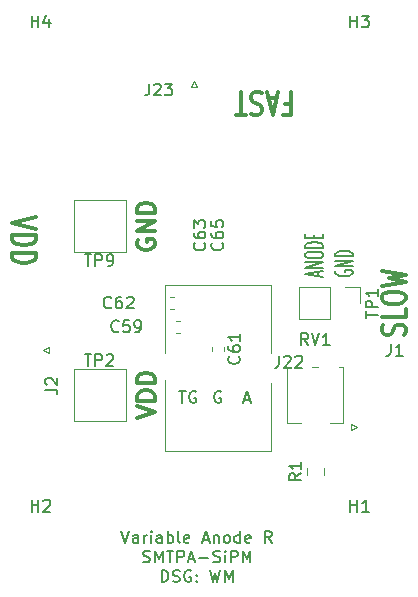
<source format=gbr>
G04 #@! TF.GenerationSoftware,KiCad,Pcbnew,5.1.6-c6e7f7d~87~ubuntu18.04.1*
G04 #@! TF.CreationDate,2021-01-11T12:45:55+00:00*
G04 #@! TF.ProjectId,vary_resistance,76617279-5f72-4657-9369-7374616e6365,rev?*
G04 #@! TF.SameCoordinates,Original*
G04 #@! TF.FileFunction,Legend,Top*
G04 #@! TF.FilePolarity,Positive*
%FSLAX46Y46*%
G04 Gerber Fmt 4.6, Leading zero omitted, Abs format (unit mm)*
G04 Created by KiCad (PCBNEW 5.1.6-c6e7f7d~87~ubuntu18.04.1) date 2021-01-11 12:45:55*
%MOMM*%
%LPD*%
G01*
G04 APERTURE LIST*
%ADD10C,0.200000*%
%ADD11C,0.300000*%
%ADD12C,0.375000*%
%ADD13C,0.150000*%
%ADD14C,0.120000*%
G04 APERTURE END LIST*
D10*
X192000000Y-71760476D02*
X191928571Y-71836666D01*
X191928571Y-71950952D01*
X192000000Y-72065238D01*
X192142857Y-72141428D01*
X192285714Y-72179523D01*
X192571428Y-72217619D01*
X192785714Y-72217619D01*
X193071428Y-72179523D01*
X193214285Y-72141428D01*
X193357142Y-72065238D01*
X193428571Y-71950952D01*
X193428571Y-71874761D01*
X193357142Y-71760476D01*
X193285714Y-71722380D01*
X192785714Y-71722380D01*
X192785714Y-71874761D01*
X193428571Y-71379523D02*
X191928571Y-71379523D01*
X193428571Y-70922380D01*
X191928571Y-70922380D01*
X193428571Y-70541428D02*
X191928571Y-70541428D01*
X191928571Y-70350952D01*
X192000000Y-70236666D01*
X192142857Y-70160476D01*
X192285714Y-70122380D01*
X192571428Y-70084285D01*
X192785714Y-70084285D01*
X193071428Y-70122380D01*
X193214285Y-70160476D01*
X193357142Y-70236666D01*
X193428571Y-70350952D01*
X193428571Y-70541428D01*
X190500000Y-72217619D02*
X190500000Y-71836666D01*
X190928571Y-72293809D02*
X189428571Y-72027142D01*
X190928571Y-71760476D01*
X190928571Y-71493809D02*
X189428571Y-71493809D01*
X190928571Y-71036666D01*
X189428571Y-71036666D01*
X189428571Y-70503333D02*
X189428571Y-70350952D01*
X189500000Y-70274761D01*
X189642857Y-70198571D01*
X189928571Y-70160476D01*
X190428571Y-70160476D01*
X190714285Y-70198571D01*
X190857142Y-70274761D01*
X190928571Y-70350952D01*
X190928571Y-70503333D01*
X190857142Y-70579523D01*
X190714285Y-70655714D01*
X190428571Y-70693809D01*
X189928571Y-70693809D01*
X189642857Y-70655714D01*
X189500000Y-70579523D01*
X189428571Y-70503333D01*
X190928571Y-69817619D02*
X189428571Y-69817619D01*
X189428571Y-69627142D01*
X189500000Y-69512857D01*
X189642857Y-69436666D01*
X189785714Y-69398571D01*
X190071428Y-69360476D01*
X190285714Y-69360476D01*
X190571428Y-69398571D01*
X190714285Y-69436666D01*
X190857142Y-69512857D01*
X190928571Y-69627142D01*
X190928571Y-69817619D01*
X190142857Y-69017619D02*
X190142857Y-68750952D01*
X190928571Y-68636666D02*
X190928571Y-69017619D01*
X189428571Y-69017619D01*
X189428571Y-68636666D01*
D11*
X175178571Y-84250000D02*
X176678571Y-83750000D01*
X175178571Y-83250000D01*
X176678571Y-82750000D02*
X175178571Y-82750000D01*
X175178571Y-82392857D01*
X175250000Y-82178571D01*
X175392857Y-82035714D01*
X175535714Y-81964285D01*
X175821428Y-81892857D01*
X176035714Y-81892857D01*
X176321428Y-81964285D01*
X176464285Y-82035714D01*
X176607142Y-82178571D01*
X176678571Y-82392857D01*
X176678571Y-82750000D01*
X176678571Y-81250000D02*
X175178571Y-81250000D01*
X175178571Y-80892857D01*
X175250000Y-80678571D01*
X175392857Y-80535714D01*
X175535714Y-80464285D01*
X175821428Y-80392857D01*
X176035714Y-80392857D01*
X176321428Y-80464285D01*
X176464285Y-80535714D01*
X176607142Y-80678571D01*
X176678571Y-80892857D01*
X176678571Y-81250000D01*
X175250000Y-69142857D02*
X175178571Y-69285714D01*
X175178571Y-69500000D01*
X175250000Y-69714285D01*
X175392857Y-69857142D01*
X175535714Y-69928571D01*
X175821428Y-70000000D01*
X176035714Y-70000000D01*
X176321428Y-69928571D01*
X176464285Y-69857142D01*
X176607142Y-69714285D01*
X176678571Y-69500000D01*
X176678571Y-69357142D01*
X176607142Y-69142857D01*
X176535714Y-69071428D01*
X176035714Y-69071428D01*
X176035714Y-69357142D01*
X176678571Y-68428571D02*
X175178571Y-68428571D01*
X176678571Y-67571428D01*
X175178571Y-67571428D01*
X176678571Y-66857142D02*
X175178571Y-66857142D01*
X175178571Y-66500000D01*
X175250000Y-66285714D01*
X175392857Y-66142857D01*
X175535714Y-66071428D01*
X175821428Y-66000000D01*
X176035714Y-66000000D01*
X176321428Y-66071428D01*
X176464285Y-66142857D01*
X176607142Y-66285714D01*
X176678571Y-66500000D01*
X176678571Y-66857142D01*
D12*
X166595238Y-67250000D02*
X164595238Y-67750000D01*
X166595238Y-68250000D01*
X164595238Y-68750000D02*
X166595238Y-68750000D01*
X166595238Y-69107142D01*
X166500000Y-69321428D01*
X166309523Y-69464285D01*
X166119047Y-69535714D01*
X165738095Y-69607142D01*
X165452380Y-69607142D01*
X165071428Y-69535714D01*
X164880952Y-69464285D01*
X164690476Y-69321428D01*
X164595238Y-69107142D01*
X164595238Y-68750000D01*
X164595238Y-70250000D02*
X166595238Y-70250000D01*
X166595238Y-70607142D01*
X166500000Y-70821428D01*
X166309523Y-70964285D01*
X166119047Y-71035714D01*
X165738095Y-71107142D01*
X165452380Y-71107142D01*
X165071428Y-71035714D01*
X164880952Y-70964285D01*
X164690476Y-70821428D01*
X164595238Y-70607142D01*
X164595238Y-70250000D01*
X187714285Y-57642857D02*
X188214285Y-57642857D01*
X188214285Y-56595238D02*
X188214285Y-58595238D01*
X187500000Y-58595238D01*
X187000000Y-57166666D02*
X186285714Y-57166666D01*
X187142857Y-56595238D02*
X186642857Y-58595238D01*
X186142857Y-56595238D01*
X185714285Y-56690476D02*
X185500000Y-56595238D01*
X185142857Y-56595238D01*
X185000000Y-56690476D01*
X184928571Y-56785714D01*
X184857142Y-56976190D01*
X184857142Y-57166666D01*
X184928571Y-57357142D01*
X185000000Y-57452380D01*
X185142857Y-57547619D01*
X185428571Y-57642857D01*
X185571428Y-57738095D01*
X185642857Y-57833333D01*
X185714285Y-58023809D01*
X185714285Y-58214285D01*
X185642857Y-58404761D01*
X185571428Y-58500000D01*
X185428571Y-58595238D01*
X185071428Y-58595238D01*
X184857142Y-58500000D01*
X184428571Y-58595238D02*
X183571428Y-58595238D01*
X184000000Y-56595238D02*
X184000000Y-58595238D01*
X197809523Y-77178571D02*
X197904761Y-76964285D01*
X197904761Y-76607142D01*
X197809523Y-76464285D01*
X197714285Y-76392857D01*
X197523809Y-76321428D01*
X197333333Y-76321428D01*
X197142857Y-76392857D01*
X197047619Y-76464285D01*
X196952380Y-76607142D01*
X196857142Y-76892857D01*
X196761904Y-77035714D01*
X196666666Y-77107142D01*
X196476190Y-77178571D01*
X196285714Y-77178571D01*
X196095238Y-77107142D01*
X196000000Y-77035714D01*
X195904761Y-76892857D01*
X195904761Y-76535714D01*
X196000000Y-76321428D01*
X197904761Y-74964285D02*
X197904761Y-75678571D01*
X195904761Y-75678571D01*
X195904761Y-74178571D02*
X195904761Y-73892857D01*
X196000000Y-73750000D01*
X196190476Y-73607142D01*
X196571428Y-73535714D01*
X197238095Y-73535714D01*
X197619047Y-73607142D01*
X197809523Y-73750000D01*
X197904761Y-73892857D01*
X197904761Y-74178571D01*
X197809523Y-74321428D01*
X197619047Y-74464285D01*
X197238095Y-74535714D01*
X196571428Y-74535714D01*
X196190476Y-74464285D01*
X196000000Y-74321428D01*
X195904761Y-74178571D01*
X195904761Y-73035714D02*
X197904761Y-72678571D01*
X196476190Y-72392857D01*
X197904761Y-72107142D01*
X195904761Y-71750000D01*
D13*
X173845238Y-93802380D02*
X174178571Y-94802380D01*
X174511904Y-93802380D01*
X175273809Y-94802380D02*
X175273809Y-94278571D01*
X175226190Y-94183333D01*
X175130952Y-94135714D01*
X174940476Y-94135714D01*
X174845238Y-94183333D01*
X175273809Y-94754761D02*
X175178571Y-94802380D01*
X174940476Y-94802380D01*
X174845238Y-94754761D01*
X174797619Y-94659523D01*
X174797619Y-94564285D01*
X174845238Y-94469047D01*
X174940476Y-94421428D01*
X175178571Y-94421428D01*
X175273809Y-94373809D01*
X175750000Y-94802380D02*
X175750000Y-94135714D01*
X175750000Y-94326190D02*
X175797619Y-94230952D01*
X175845238Y-94183333D01*
X175940476Y-94135714D01*
X176035714Y-94135714D01*
X176369047Y-94802380D02*
X176369047Y-94135714D01*
X176369047Y-93802380D02*
X176321428Y-93850000D01*
X176369047Y-93897619D01*
X176416666Y-93850000D01*
X176369047Y-93802380D01*
X176369047Y-93897619D01*
X177273809Y-94802380D02*
X177273809Y-94278571D01*
X177226190Y-94183333D01*
X177130952Y-94135714D01*
X176940476Y-94135714D01*
X176845238Y-94183333D01*
X177273809Y-94754761D02*
X177178571Y-94802380D01*
X176940476Y-94802380D01*
X176845238Y-94754761D01*
X176797619Y-94659523D01*
X176797619Y-94564285D01*
X176845238Y-94469047D01*
X176940476Y-94421428D01*
X177178571Y-94421428D01*
X177273809Y-94373809D01*
X177750000Y-94802380D02*
X177750000Y-93802380D01*
X177750000Y-94183333D02*
X177845238Y-94135714D01*
X178035714Y-94135714D01*
X178130952Y-94183333D01*
X178178571Y-94230952D01*
X178226190Y-94326190D01*
X178226190Y-94611904D01*
X178178571Y-94707142D01*
X178130952Y-94754761D01*
X178035714Y-94802380D01*
X177845238Y-94802380D01*
X177750000Y-94754761D01*
X178797619Y-94802380D02*
X178702380Y-94754761D01*
X178654761Y-94659523D01*
X178654761Y-93802380D01*
X179559523Y-94754761D02*
X179464285Y-94802380D01*
X179273809Y-94802380D01*
X179178571Y-94754761D01*
X179130952Y-94659523D01*
X179130952Y-94278571D01*
X179178571Y-94183333D01*
X179273809Y-94135714D01*
X179464285Y-94135714D01*
X179559523Y-94183333D01*
X179607142Y-94278571D01*
X179607142Y-94373809D01*
X179130952Y-94469047D01*
X180750000Y-94516666D02*
X181226190Y-94516666D01*
X180654761Y-94802380D02*
X180988095Y-93802380D01*
X181321428Y-94802380D01*
X181654761Y-94135714D02*
X181654761Y-94802380D01*
X181654761Y-94230952D02*
X181702380Y-94183333D01*
X181797619Y-94135714D01*
X181940476Y-94135714D01*
X182035714Y-94183333D01*
X182083333Y-94278571D01*
X182083333Y-94802380D01*
X182702380Y-94802380D02*
X182607142Y-94754761D01*
X182559523Y-94707142D01*
X182511904Y-94611904D01*
X182511904Y-94326190D01*
X182559523Y-94230952D01*
X182607142Y-94183333D01*
X182702380Y-94135714D01*
X182845238Y-94135714D01*
X182940476Y-94183333D01*
X182988095Y-94230952D01*
X183035714Y-94326190D01*
X183035714Y-94611904D01*
X182988095Y-94707142D01*
X182940476Y-94754761D01*
X182845238Y-94802380D01*
X182702380Y-94802380D01*
X183892857Y-94802380D02*
X183892857Y-93802380D01*
X183892857Y-94754761D02*
X183797619Y-94802380D01*
X183607142Y-94802380D01*
X183511904Y-94754761D01*
X183464285Y-94707142D01*
X183416666Y-94611904D01*
X183416666Y-94326190D01*
X183464285Y-94230952D01*
X183511904Y-94183333D01*
X183607142Y-94135714D01*
X183797619Y-94135714D01*
X183892857Y-94183333D01*
X184750000Y-94754761D02*
X184654761Y-94802380D01*
X184464285Y-94802380D01*
X184369047Y-94754761D01*
X184321428Y-94659523D01*
X184321428Y-94278571D01*
X184369047Y-94183333D01*
X184464285Y-94135714D01*
X184654761Y-94135714D01*
X184750000Y-94183333D01*
X184797619Y-94278571D01*
X184797619Y-94373809D01*
X184321428Y-94469047D01*
X186559523Y-94802380D02*
X186226190Y-94326190D01*
X185988095Y-94802380D02*
X185988095Y-93802380D01*
X186369047Y-93802380D01*
X186464285Y-93850000D01*
X186511904Y-93897619D01*
X186559523Y-93992857D01*
X186559523Y-94135714D01*
X186511904Y-94230952D01*
X186464285Y-94278571D01*
X186369047Y-94326190D01*
X185988095Y-94326190D01*
X175678571Y-96404761D02*
X175821428Y-96452380D01*
X176059523Y-96452380D01*
X176154761Y-96404761D01*
X176202380Y-96357142D01*
X176250000Y-96261904D01*
X176250000Y-96166666D01*
X176202380Y-96071428D01*
X176154761Y-96023809D01*
X176059523Y-95976190D01*
X175869047Y-95928571D01*
X175773809Y-95880952D01*
X175726190Y-95833333D01*
X175678571Y-95738095D01*
X175678571Y-95642857D01*
X175726190Y-95547619D01*
X175773809Y-95500000D01*
X175869047Y-95452380D01*
X176107142Y-95452380D01*
X176250000Y-95500000D01*
X176678571Y-96452380D02*
X176678571Y-95452380D01*
X177011904Y-96166666D01*
X177345238Y-95452380D01*
X177345238Y-96452380D01*
X177678571Y-95452380D02*
X178250000Y-95452380D01*
X177964285Y-96452380D02*
X177964285Y-95452380D01*
X178583333Y-96452380D02*
X178583333Y-95452380D01*
X178964285Y-95452380D01*
X179059523Y-95500000D01*
X179107142Y-95547619D01*
X179154761Y-95642857D01*
X179154761Y-95785714D01*
X179107142Y-95880952D01*
X179059523Y-95928571D01*
X178964285Y-95976190D01*
X178583333Y-95976190D01*
X179535714Y-96166666D02*
X180011904Y-96166666D01*
X179440476Y-96452380D02*
X179773809Y-95452380D01*
X180107142Y-96452380D01*
X180440476Y-96071428D02*
X181202380Y-96071428D01*
X181630952Y-96404761D02*
X181773809Y-96452380D01*
X182011904Y-96452380D01*
X182107142Y-96404761D01*
X182154761Y-96357142D01*
X182202380Y-96261904D01*
X182202380Y-96166666D01*
X182154761Y-96071428D01*
X182107142Y-96023809D01*
X182011904Y-95976190D01*
X181821428Y-95928571D01*
X181726190Y-95880952D01*
X181678571Y-95833333D01*
X181630952Y-95738095D01*
X181630952Y-95642857D01*
X181678571Y-95547619D01*
X181726190Y-95500000D01*
X181821428Y-95452380D01*
X182059523Y-95452380D01*
X182202380Y-95500000D01*
X182630952Y-96452380D02*
X182630952Y-95785714D01*
X182630952Y-95452380D02*
X182583333Y-95500000D01*
X182630952Y-95547619D01*
X182678571Y-95500000D01*
X182630952Y-95452380D01*
X182630952Y-95547619D01*
X183107142Y-96452380D02*
X183107142Y-95452380D01*
X183488095Y-95452380D01*
X183583333Y-95500000D01*
X183630952Y-95547619D01*
X183678571Y-95642857D01*
X183678571Y-95785714D01*
X183630952Y-95880952D01*
X183583333Y-95928571D01*
X183488095Y-95976190D01*
X183107142Y-95976190D01*
X184107142Y-96452380D02*
X184107142Y-95452380D01*
X184440476Y-96166666D01*
X184773809Y-95452380D01*
X184773809Y-96452380D01*
X177250000Y-98102380D02*
X177250000Y-97102380D01*
X177488095Y-97102380D01*
X177630952Y-97150000D01*
X177726190Y-97245238D01*
X177773809Y-97340476D01*
X177821428Y-97530952D01*
X177821428Y-97673809D01*
X177773809Y-97864285D01*
X177726190Y-97959523D01*
X177630952Y-98054761D01*
X177488095Y-98102380D01*
X177250000Y-98102380D01*
X178202380Y-98054761D02*
X178345238Y-98102380D01*
X178583333Y-98102380D01*
X178678571Y-98054761D01*
X178726190Y-98007142D01*
X178773809Y-97911904D01*
X178773809Y-97816666D01*
X178726190Y-97721428D01*
X178678571Y-97673809D01*
X178583333Y-97626190D01*
X178392857Y-97578571D01*
X178297619Y-97530952D01*
X178250000Y-97483333D01*
X178202380Y-97388095D01*
X178202380Y-97292857D01*
X178250000Y-97197619D01*
X178297619Y-97150000D01*
X178392857Y-97102380D01*
X178630952Y-97102380D01*
X178773809Y-97150000D01*
X179726190Y-97150000D02*
X179630952Y-97102380D01*
X179488095Y-97102380D01*
X179345238Y-97150000D01*
X179250000Y-97245238D01*
X179202380Y-97340476D01*
X179154761Y-97530952D01*
X179154761Y-97673809D01*
X179202380Y-97864285D01*
X179250000Y-97959523D01*
X179345238Y-98054761D01*
X179488095Y-98102380D01*
X179583333Y-98102380D01*
X179726190Y-98054761D01*
X179773809Y-98007142D01*
X179773809Y-97673809D01*
X179583333Y-97673809D01*
X180202380Y-98007142D02*
X180250000Y-98054761D01*
X180202380Y-98102380D01*
X180154761Y-98054761D01*
X180202380Y-98007142D01*
X180202380Y-98102380D01*
X180202380Y-97483333D02*
X180250000Y-97530952D01*
X180202380Y-97578571D01*
X180154761Y-97530952D01*
X180202380Y-97483333D01*
X180202380Y-97578571D01*
X181345238Y-97102380D02*
X181583333Y-98102380D01*
X181773809Y-97388095D01*
X181964285Y-98102380D01*
X182202380Y-97102380D01*
X182583333Y-98102380D02*
X182583333Y-97102380D01*
X182916666Y-97816666D01*
X183250000Y-97102380D01*
X183250000Y-98102380D01*
D14*
X169800000Y-84450000D02*
X169800000Y-80050000D01*
X174200000Y-84450000D02*
X169800000Y-84450000D01*
X174200000Y-80050000D02*
X174200000Y-84450000D01*
X169800000Y-80050000D02*
X174200000Y-80050000D01*
X190960000Y-89011252D02*
X190960000Y-88488748D01*
X189540000Y-89011252D02*
X189540000Y-88488748D01*
X188880000Y-73170000D02*
X188880000Y-75830000D01*
X191480000Y-73170000D02*
X188880000Y-73170000D01*
X191480000Y-75830000D02*
X188880000Y-75830000D01*
X191480000Y-73170000D02*
X191480000Y-75830000D01*
X192750000Y-73170000D02*
X194080000Y-73170000D01*
X194080000Y-73170000D02*
X194080000Y-74500000D01*
X174200000Y-70200000D02*
X169800000Y-70200000D01*
X169800000Y-70200000D02*
X169800000Y-65800000D01*
X169800000Y-65800000D02*
X174200000Y-65800000D01*
X174200000Y-65800000D02*
X174200000Y-70200000D01*
X177500000Y-81000000D02*
X177500000Y-87000000D01*
X177500000Y-73000000D02*
X177500000Y-78750000D01*
X186500000Y-73000000D02*
X177500000Y-73000000D01*
X186500000Y-78750000D02*
X186500000Y-73000000D01*
X186500000Y-87000000D02*
X186500000Y-81250000D01*
X177500000Y-87000000D02*
X186500000Y-87000000D01*
X178296267Y-75010000D02*
X177953733Y-75010000D01*
X178296267Y-73990000D02*
X177953733Y-73990000D01*
X182510000Y-78203733D02*
X182510000Y-78546267D01*
X181490000Y-78203733D02*
X181490000Y-78546267D01*
X178796267Y-77010000D02*
X178453733Y-77010000D01*
X178796267Y-75990000D02*
X178453733Y-75990000D01*
X192290000Y-79880000D02*
X192620000Y-79880000D01*
X187880000Y-79880000D02*
X188211000Y-79880000D01*
X189991000Y-79880000D02*
X190510000Y-79880000D01*
X187880000Y-84620000D02*
X189010000Y-84620000D01*
X191490000Y-84620000D02*
X192620000Y-84620000D01*
X187880000Y-79880000D02*
X187880000Y-84620000D01*
X192620000Y-79880000D02*
X192620000Y-84620000D01*
X167710000Y-78250000D02*
X167210000Y-78500000D01*
X167710000Y-78750000D02*
X167710000Y-78250000D01*
X167210000Y-78500000D02*
X167710000Y-78750000D01*
X193290000Y-85250000D02*
X193790000Y-85000000D01*
X193290000Y-84750000D02*
X193290000Y-85250000D01*
X193790000Y-85000000D02*
X193290000Y-84750000D01*
X180000000Y-55710000D02*
X179750000Y-56210000D01*
X179750000Y-56210000D02*
X180250000Y-56210000D01*
X180250000Y-56210000D02*
X180000000Y-55710000D01*
D13*
X166238095Y-92152380D02*
X166238095Y-91152380D01*
X166238095Y-91628571D02*
X166809523Y-91628571D01*
X166809523Y-92152380D02*
X166809523Y-91152380D01*
X167238095Y-91247619D02*
X167285714Y-91200000D01*
X167380952Y-91152380D01*
X167619047Y-91152380D01*
X167714285Y-91200000D01*
X167761904Y-91247619D01*
X167809523Y-91342857D01*
X167809523Y-91438095D01*
X167761904Y-91580952D01*
X167190476Y-92152380D01*
X167809523Y-92152380D01*
X193238095Y-92152380D02*
X193238095Y-91152380D01*
X193238095Y-91628571D02*
X193809523Y-91628571D01*
X193809523Y-92152380D02*
X193809523Y-91152380D01*
X194809523Y-92152380D02*
X194238095Y-92152380D01*
X194523809Y-92152380D02*
X194523809Y-91152380D01*
X194428571Y-91295238D01*
X194333333Y-91390476D01*
X194238095Y-91438095D01*
X170738095Y-78804380D02*
X171309523Y-78804380D01*
X171023809Y-79804380D02*
X171023809Y-78804380D01*
X171642857Y-79804380D02*
X171642857Y-78804380D01*
X172023809Y-78804380D01*
X172119047Y-78852000D01*
X172166666Y-78899619D01*
X172214285Y-78994857D01*
X172214285Y-79137714D01*
X172166666Y-79232952D01*
X172119047Y-79280571D01*
X172023809Y-79328190D01*
X171642857Y-79328190D01*
X172595238Y-78899619D02*
X172642857Y-78852000D01*
X172738095Y-78804380D01*
X172976190Y-78804380D01*
X173071428Y-78852000D01*
X173119047Y-78899619D01*
X173166666Y-78994857D01*
X173166666Y-79090095D01*
X173119047Y-79232952D01*
X172547619Y-79804380D01*
X173166666Y-79804380D01*
X189052380Y-88916666D02*
X188576190Y-89250000D01*
X189052380Y-89488095D02*
X188052380Y-89488095D01*
X188052380Y-89107142D01*
X188100000Y-89011904D01*
X188147619Y-88964285D01*
X188242857Y-88916666D01*
X188385714Y-88916666D01*
X188480952Y-88964285D01*
X188528571Y-89011904D01*
X188576190Y-89107142D01*
X188576190Y-89488095D01*
X189052380Y-87964285D02*
X189052380Y-88535714D01*
X189052380Y-88250000D02*
X188052380Y-88250000D01*
X188195238Y-88345238D01*
X188290476Y-88440476D01*
X188338095Y-88535714D01*
X194532380Y-75761904D02*
X194532380Y-75190476D01*
X195532380Y-75476190D02*
X194532380Y-75476190D01*
X195532380Y-74857142D02*
X194532380Y-74857142D01*
X194532380Y-74476190D01*
X194580000Y-74380952D01*
X194627619Y-74333333D01*
X194722857Y-74285714D01*
X194865714Y-74285714D01*
X194960952Y-74333333D01*
X195008571Y-74380952D01*
X195056190Y-74476190D01*
X195056190Y-74857142D01*
X195532380Y-73333333D02*
X195532380Y-73904761D01*
X195532380Y-73619047D02*
X194532380Y-73619047D01*
X194675238Y-73714285D01*
X194770476Y-73809523D01*
X194818095Y-73904761D01*
X170738095Y-70350380D02*
X171309523Y-70350380D01*
X171023809Y-71350380D02*
X171023809Y-70350380D01*
X171642857Y-71350380D02*
X171642857Y-70350380D01*
X172023809Y-70350380D01*
X172119047Y-70398000D01*
X172166666Y-70445619D01*
X172214285Y-70540857D01*
X172214285Y-70683714D01*
X172166666Y-70778952D01*
X172119047Y-70826571D01*
X172023809Y-70874190D01*
X171642857Y-70874190D01*
X172690476Y-71350380D02*
X172880952Y-71350380D01*
X172976190Y-71302761D01*
X173023809Y-71255142D01*
X173119047Y-71112285D01*
X173166666Y-70921809D01*
X173166666Y-70540857D01*
X173119047Y-70445619D01*
X173071428Y-70398000D01*
X172976190Y-70350380D01*
X172785714Y-70350380D01*
X172690476Y-70398000D01*
X172642857Y-70445619D01*
X172595238Y-70540857D01*
X172595238Y-70778952D01*
X172642857Y-70874190D01*
X172690476Y-70921809D01*
X172785714Y-70969428D01*
X172976190Y-70969428D01*
X173071428Y-70921809D01*
X173119047Y-70874190D01*
X173166666Y-70778952D01*
X187190476Y-78952380D02*
X187190476Y-79666666D01*
X187142857Y-79809523D01*
X187047619Y-79904761D01*
X186904761Y-79952380D01*
X186809523Y-79952380D01*
X187619047Y-79047619D02*
X187666666Y-79000000D01*
X187761904Y-78952380D01*
X188000000Y-78952380D01*
X188095238Y-79000000D01*
X188142857Y-79047619D01*
X188190476Y-79142857D01*
X188190476Y-79238095D01*
X188142857Y-79380952D01*
X187571428Y-79952380D01*
X188190476Y-79952380D01*
X188571428Y-79047619D02*
X188619047Y-79000000D01*
X188714285Y-78952380D01*
X188952380Y-78952380D01*
X189047619Y-79000000D01*
X189095238Y-79047619D01*
X189142857Y-79142857D01*
X189142857Y-79238095D01*
X189095238Y-79380952D01*
X188523809Y-79952380D01*
X189142857Y-79952380D01*
X178714285Y-81952380D02*
X179285714Y-81952380D01*
X179000000Y-82952380D02*
X179000000Y-81952380D01*
X180142857Y-82000000D02*
X180047619Y-81952380D01*
X179904761Y-81952380D01*
X179761904Y-82000000D01*
X179666666Y-82095238D01*
X179619047Y-82190476D01*
X179571428Y-82380952D01*
X179571428Y-82523809D01*
X179619047Y-82714285D01*
X179666666Y-82809523D01*
X179761904Y-82904761D01*
X179904761Y-82952380D01*
X180000000Y-82952380D01*
X180142857Y-82904761D01*
X180190476Y-82857142D01*
X180190476Y-82523809D01*
X180000000Y-82523809D01*
X182261904Y-82000000D02*
X182166666Y-81952380D01*
X182023809Y-81952380D01*
X181880952Y-82000000D01*
X181785714Y-82095238D01*
X181738095Y-82190476D01*
X181690476Y-82380952D01*
X181690476Y-82523809D01*
X181738095Y-82714285D01*
X181785714Y-82809523D01*
X181880952Y-82904761D01*
X182023809Y-82952380D01*
X182119047Y-82952380D01*
X182261904Y-82904761D01*
X182309523Y-82857142D01*
X182309523Y-82523809D01*
X182119047Y-82523809D01*
X184261904Y-82666666D02*
X184738095Y-82666666D01*
X184166666Y-82952380D02*
X184500000Y-81952380D01*
X184833333Y-82952380D01*
X182357142Y-69392857D02*
X182404761Y-69440476D01*
X182452380Y-69583333D01*
X182452380Y-69678571D01*
X182404761Y-69821428D01*
X182309523Y-69916666D01*
X182214285Y-69964285D01*
X182023809Y-70011904D01*
X181880952Y-70011904D01*
X181690476Y-69964285D01*
X181595238Y-69916666D01*
X181500000Y-69821428D01*
X181452380Y-69678571D01*
X181452380Y-69583333D01*
X181500000Y-69440476D01*
X181547619Y-69392857D01*
X181452380Y-68535714D02*
X181452380Y-68726190D01*
X181500000Y-68821428D01*
X181547619Y-68869047D01*
X181690476Y-68964285D01*
X181880952Y-69011904D01*
X182261904Y-69011904D01*
X182357142Y-68964285D01*
X182404761Y-68916666D01*
X182452380Y-68821428D01*
X182452380Y-68630952D01*
X182404761Y-68535714D01*
X182357142Y-68488095D01*
X182261904Y-68440476D01*
X182023809Y-68440476D01*
X181928571Y-68488095D01*
X181880952Y-68535714D01*
X181833333Y-68630952D01*
X181833333Y-68821428D01*
X181880952Y-68916666D01*
X181928571Y-68964285D01*
X182023809Y-69011904D01*
X181452380Y-67535714D02*
X181452380Y-68011904D01*
X181928571Y-68059523D01*
X181880952Y-68011904D01*
X181833333Y-67916666D01*
X181833333Y-67678571D01*
X181880952Y-67583333D01*
X181928571Y-67535714D01*
X182023809Y-67488095D01*
X182261904Y-67488095D01*
X182357142Y-67535714D01*
X182404761Y-67583333D01*
X182452380Y-67678571D01*
X182452380Y-67916666D01*
X182404761Y-68011904D01*
X182357142Y-68059523D01*
X180857142Y-69392857D02*
X180904761Y-69440476D01*
X180952380Y-69583333D01*
X180952380Y-69678571D01*
X180904761Y-69821428D01*
X180809523Y-69916666D01*
X180714285Y-69964285D01*
X180523809Y-70011904D01*
X180380952Y-70011904D01*
X180190476Y-69964285D01*
X180095238Y-69916666D01*
X180000000Y-69821428D01*
X179952380Y-69678571D01*
X179952380Y-69583333D01*
X180000000Y-69440476D01*
X180047619Y-69392857D01*
X179952380Y-68535714D02*
X179952380Y-68726190D01*
X180000000Y-68821428D01*
X180047619Y-68869047D01*
X180190476Y-68964285D01*
X180380952Y-69011904D01*
X180761904Y-69011904D01*
X180857142Y-68964285D01*
X180904761Y-68916666D01*
X180952380Y-68821428D01*
X180952380Y-68630952D01*
X180904761Y-68535714D01*
X180857142Y-68488095D01*
X180761904Y-68440476D01*
X180523809Y-68440476D01*
X180428571Y-68488095D01*
X180380952Y-68535714D01*
X180333333Y-68630952D01*
X180333333Y-68821428D01*
X180380952Y-68916666D01*
X180428571Y-68964285D01*
X180523809Y-69011904D01*
X179952380Y-68107142D02*
X179952380Y-67488095D01*
X180333333Y-67821428D01*
X180333333Y-67678571D01*
X180380952Y-67583333D01*
X180428571Y-67535714D01*
X180523809Y-67488095D01*
X180761904Y-67488095D01*
X180857142Y-67535714D01*
X180904761Y-67583333D01*
X180952380Y-67678571D01*
X180952380Y-67964285D01*
X180904761Y-68059523D01*
X180857142Y-68107142D01*
X172982142Y-74857142D02*
X172934523Y-74904761D01*
X172791666Y-74952380D01*
X172696428Y-74952380D01*
X172553571Y-74904761D01*
X172458333Y-74809523D01*
X172410714Y-74714285D01*
X172363095Y-74523809D01*
X172363095Y-74380952D01*
X172410714Y-74190476D01*
X172458333Y-74095238D01*
X172553571Y-74000000D01*
X172696428Y-73952380D01*
X172791666Y-73952380D01*
X172934523Y-74000000D01*
X172982142Y-74047619D01*
X173839285Y-73952380D02*
X173648809Y-73952380D01*
X173553571Y-74000000D01*
X173505952Y-74047619D01*
X173410714Y-74190476D01*
X173363095Y-74380952D01*
X173363095Y-74761904D01*
X173410714Y-74857142D01*
X173458333Y-74904761D01*
X173553571Y-74952380D01*
X173744047Y-74952380D01*
X173839285Y-74904761D01*
X173886904Y-74857142D01*
X173934523Y-74761904D01*
X173934523Y-74523809D01*
X173886904Y-74428571D01*
X173839285Y-74380952D01*
X173744047Y-74333333D01*
X173553571Y-74333333D01*
X173458333Y-74380952D01*
X173410714Y-74428571D01*
X173363095Y-74523809D01*
X174315476Y-74047619D02*
X174363095Y-74000000D01*
X174458333Y-73952380D01*
X174696428Y-73952380D01*
X174791666Y-74000000D01*
X174839285Y-74047619D01*
X174886904Y-74142857D01*
X174886904Y-74238095D01*
X174839285Y-74380952D01*
X174267857Y-74952380D01*
X174886904Y-74952380D01*
X183787142Y-79017857D02*
X183834761Y-79065476D01*
X183882380Y-79208333D01*
X183882380Y-79303571D01*
X183834761Y-79446428D01*
X183739523Y-79541666D01*
X183644285Y-79589285D01*
X183453809Y-79636904D01*
X183310952Y-79636904D01*
X183120476Y-79589285D01*
X183025238Y-79541666D01*
X182930000Y-79446428D01*
X182882380Y-79303571D01*
X182882380Y-79208333D01*
X182930000Y-79065476D01*
X182977619Y-79017857D01*
X182882380Y-78160714D02*
X182882380Y-78351190D01*
X182930000Y-78446428D01*
X182977619Y-78494047D01*
X183120476Y-78589285D01*
X183310952Y-78636904D01*
X183691904Y-78636904D01*
X183787142Y-78589285D01*
X183834761Y-78541666D01*
X183882380Y-78446428D01*
X183882380Y-78255952D01*
X183834761Y-78160714D01*
X183787142Y-78113095D01*
X183691904Y-78065476D01*
X183453809Y-78065476D01*
X183358571Y-78113095D01*
X183310952Y-78160714D01*
X183263333Y-78255952D01*
X183263333Y-78446428D01*
X183310952Y-78541666D01*
X183358571Y-78589285D01*
X183453809Y-78636904D01*
X183882380Y-77113095D02*
X183882380Y-77684523D01*
X183882380Y-77398809D02*
X182882380Y-77398809D01*
X183025238Y-77494047D01*
X183120476Y-77589285D01*
X183168095Y-77684523D01*
X173607142Y-76857142D02*
X173559523Y-76904761D01*
X173416666Y-76952380D01*
X173321428Y-76952380D01*
X173178571Y-76904761D01*
X173083333Y-76809523D01*
X173035714Y-76714285D01*
X172988095Y-76523809D01*
X172988095Y-76380952D01*
X173035714Y-76190476D01*
X173083333Y-76095238D01*
X173178571Y-76000000D01*
X173321428Y-75952380D01*
X173416666Y-75952380D01*
X173559523Y-76000000D01*
X173607142Y-76047619D01*
X174511904Y-75952380D02*
X174035714Y-75952380D01*
X173988095Y-76428571D01*
X174035714Y-76380952D01*
X174130952Y-76333333D01*
X174369047Y-76333333D01*
X174464285Y-76380952D01*
X174511904Y-76428571D01*
X174559523Y-76523809D01*
X174559523Y-76761904D01*
X174511904Y-76857142D01*
X174464285Y-76904761D01*
X174369047Y-76952380D01*
X174130952Y-76952380D01*
X174035714Y-76904761D01*
X173988095Y-76857142D01*
X175035714Y-76952380D02*
X175226190Y-76952380D01*
X175321428Y-76904761D01*
X175369047Y-76857142D01*
X175464285Y-76714285D01*
X175511904Y-76523809D01*
X175511904Y-76142857D01*
X175464285Y-76047619D01*
X175416666Y-76000000D01*
X175321428Y-75952380D01*
X175130952Y-75952380D01*
X175035714Y-76000000D01*
X174988095Y-76047619D01*
X174940476Y-76142857D01*
X174940476Y-76380952D01*
X174988095Y-76476190D01*
X175035714Y-76523809D01*
X175130952Y-76571428D01*
X175321428Y-76571428D01*
X175416666Y-76523809D01*
X175464285Y-76476190D01*
X175511904Y-76380952D01*
X189654761Y-78052380D02*
X189321428Y-77576190D01*
X189083333Y-78052380D02*
X189083333Y-77052380D01*
X189464285Y-77052380D01*
X189559523Y-77100000D01*
X189607142Y-77147619D01*
X189654761Y-77242857D01*
X189654761Y-77385714D01*
X189607142Y-77480952D01*
X189559523Y-77528571D01*
X189464285Y-77576190D01*
X189083333Y-77576190D01*
X189940476Y-77052380D02*
X190273809Y-78052380D01*
X190607142Y-77052380D01*
X191464285Y-78052380D02*
X190892857Y-78052380D01*
X191178571Y-78052380D02*
X191178571Y-77052380D01*
X191083333Y-77195238D01*
X190988095Y-77290476D01*
X190892857Y-77338095D01*
X167412380Y-81833333D02*
X168126666Y-81833333D01*
X168269523Y-81880952D01*
X168364761Y-81976190D01*
X168412380Y-82119047D01*
X168412380Y-82214285D01*
X167507619Y-81404761D02*
X167460000Y-81357142D01*
X167412380Y-81261904D01*
X167412380Y-81023809D01*
X167460000Y-80928571D01*
X167507619Y-80880952D01*
X167602857Y-80833333D01*
X167698095Y-80833333D01*
X167840952Y-80880952D01*
X168412380Y-81452380D01*
X168412380Y-80833333D01*
X196666666Y-77952380D02*
X196666666Y-78666666D01*
X196619047Y-78809523D01*
X196523809Y-78904761D01*
X196380952Y-78952380D01*
X196285714Y-78952380D01*
X197666666Y-78952380D02*
X197095238Y-78952380D01*
X197380952Y-78952380D02*
X197380952Y-77952380D01*
X197285714Y-78095238D01*
X197190476Y-78190476D01*
X197095238Y-78238095D01*
X176190476Y-55912380D02*
X176190476Y-56626666D01*
X176142857Y-56769523D01*
X176047619Y-56864761D01*
X175904761Y-56912380D01*
X175809523Y-56912380D01*
X176619047Y-56007619D02*
X176666666Y-55960000D01*
X176761904Y-55912380D01*
X177000000Y-55912380D01*
X177095238Y-55960000D01*
X177142857Y-56007619D01*
X177190476Y-56102857D01*
X177190476Y-56198095D01*
X177142857Y-56340952D01*
X176571428Y-56912380D01*
X177190476Y-56912380D01*
X177523809Y-55912380D02*
X178142857Y-55912380D01*
X177809523Y-56293333D01*
X177952380Y-56293333D01*
X178047619Y-56340952D01*
X178095238Y-56388571D01*
X178142857Y-56483809D01*
X178142857Y-56721904D01*
X178095238Y-56817142D01*
X178047619Y-56864761D01*
X177952380Y-56912380D01*
X177666666Y-56912380D01*
X177571428Y-56864761D01*
X177523809Y-56817142D01*
X166238095Y-51152380D02*
X166238095Y-50152380D01*
X166238095Y-50628571D02*
X166809523Y-50628571D01*
X166809523Y-51152380D02*
X166809523Y-50152380D01*
X167714285Y-50485714D02*
X167714285Y-51152380D01*
X167476190Y-50104761D02*
X167238095Y-50819047D01*
X167857142Y-50819047D01*
X193238095Y-51152380D02*
X193238095Y-50152380D01*
X193238095Y-50628571D02*
X193809523Y-50628571D01*
X193809523Y-51152380D02*
X193809523Y-50152380D01*
X194190476Y-50152380D02*
X194809523Y-50152380D01*
X194476190Y-50533333D01*
X194619047Y-50533333D01*
X194714285Y-50580952D01*
X194761904Y-50628571D01*
X194809523Y-50723809D01*
X194809523Y-50961904D01*
X194761904Y-51057142D01*
X194714285Y-51104761D01*
X194619047Y-51152380D01*
X194333333Y-51152380D01*
X194238095Y-51104761D01*
X194190476Y-51057142D01*
M02*

</source>
